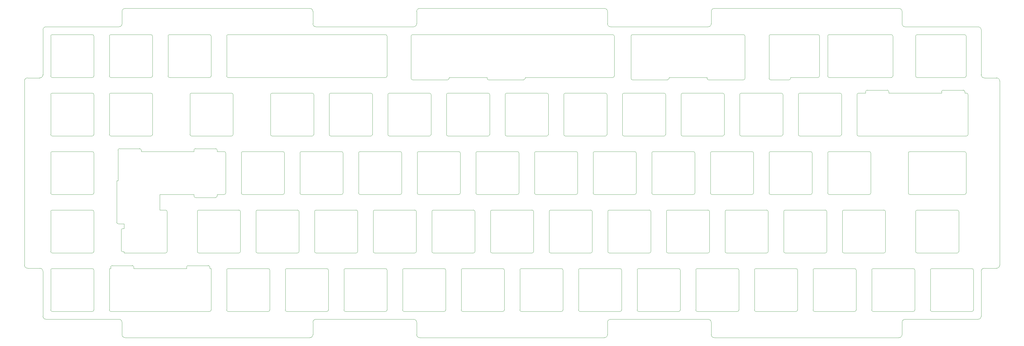
<source format=gbr>
G04 #@! TF.GenerationSoftware,KiCad,Pcbnew,(5.1.10)-1*
G04 #@! TF.CreationDate,2022-05-31T17:31:57+07:00*
G04 #@! TF.ProjectId,FR4 Plate,46523420-506c-4617-9465-2e6b69636164,rev?*
G04 #@! TF.SameCoordinates,Original*
G04 #@! TF.FileFunction,Profile,NP*
%FSLAX46Y46*%
G04 Gerber Fmt 4.6, Leading zero omitted, Abs format (unit mm)*
G04 Created by KiCad (PCBNEW (5.1.10)-1) date 2022-05-31 17:31:57*
%MOMM*%
%LPD*%
G01*
G04 APERTURE LIST*
G04 #@! TA.AperFunction,Profile*
%ADD10C,0.050000*%
G04 #@! TD*
G04 APERTURE END LIST*
D10*
X-26699999Y6024999D02*
G75*
G02*
X-25699999Y5024999I0J-1000000D01*
G01*
X-86700000Y6024999D02*
X-26699999Y6024999D01*
X-87700000Y5024999D02*
G75*
G02*
X-86700000Y6024999I1000000J0D01*
G01*
X-87700000Y1024999D02*
X-87700000Y5024999D01*
X-87700001Y1024999D02*
G75*
G02*
X-88700000Y25000I-999999J0D01*
G01*
X-120400000Y24999D02*
X-88700000Y25000D01*
X-120400000Y24999D02*
G75*
G02*
X-121400000Y1024999I0J1000000D01*
G01*
X-121400000Y5024999D02*
X-121400000Y1024999D01*
X-122399999Y6025000D02*
G75*
G02*
X-121400000Y5024999I-1J-1000000D01*
G01*
X-182400000Y6024999D02*
X-122400000Y6025000D01*
X-183400000Y5024999D02*
G75*
G02*
X-182400000Y6024999I1000000J0D01*
G01*
X-183400000Y1024999D02*
X-183400000Y5024999D01*
X-183400001Y1024999D02*
G75*
G02*
X-184400000Y25000I-999999J0D01*
G01*
X-216099999Y24999D02*
X-184400000Y25000D01*
X-216099999Y24999D02*
G75*
G02*
X-217099999Y1024999I0J1000000D01*
G01*
X-217099999Y5024999D02*
X-217099999Y1024999D01*
X-218100000Y6025000D02*
G75*
G02*
X-217099999Y5024999I0J-1000001D01*
G01*
X-278099999Y6024999D02*
X-218100000Y6024999D01*
X-279100000Y5025000D02*
G75*
G02*
X-278099999Y6024999I1000000J-1D01*
G01*
X-279100000Y1024999D02*
X-279100000Y5024999D01*
X-279100001Y1025000D02*
G75*
G02*
X-280099999Y25000I-999999J-1D01*
G01*
X-303800000Y25000D02*
X-280099999Y25000D01*
X-304799999Y-975001D02*
G75*
G02*
X-303800000Y25000I1000000J1D01*
G01*
X-304800000Y-15599999D02*
X-304800000Y-975000D01*
X-304800000Y-15599999D02*
G75*
G02*
X-305800000Y-16599999I-1000000J0D01*
G01*
X-309799999Y-16599999D02*
X-305800000Y-16599999D01*
X-310800000Y-17600000D02*
G75*
G02*
X-309799999Y-16599999I1000001J0D01*
G01*
X-310799999Y-77599999D02*
X-310799999Y-17599999D01*
X-309800000Y-78600000D02*
G75*
G02*
X-310799999Y-77599999I1J1000000D01*
G01*
X-305800000Y-78600000D02*
X-309799999Y-78600000D01*
X-305800000Y-78600000D02*
G75*
G02*
X-304800000Y-79600000I0J-1000000D01*
G01*
X-304800000Y-94225000D02*
X-304800000Y-79600000D01*
X-303799998Y-95225000D02*
G75*
G02*
X-304800000Y-94225000I-1J1000001D01*
G01*
X-280099999Y-95224999D02*
X-303800000Y-95225000D01*
X-280099998Y-95224999D02*
G75*
G02*
X-279099999Y-96225000I-1J-1000000D01*
G01*
X-279099999Y-100225000D02*
X-279099999Y-96225000D01*
X-278099998Y-101224999D02*
G75*
G02*
X-279099999Y-100225000I-1J1000000D01*
G01*
X-218100000Y-101225000D02*
X-278099999Y-101225000D01*
X-217099999Y-100224999D02*
G75*
G02*
X-218100000Y-101225000I-1000001J0D01*
G01*
X-217099999Y-96225000D02*
X-217099999Y-100224999D01*
X-217099998Y-96224999D02*
G75*
G02*
X-216099999Y-95225000I999999J0D01*
G01*
X-184400000Y-95224999D02*
X-216099999Y-95225000D01*
X-184399999Y-95224999D02*
G75*
G02*
X-183400000Y-96225000I-1J-1000000D01*
G01*
X-183400000Y-100225000D02*
X-183400000Y-96225000D01*
X-182399999Y-101224999D02*
G75*
G02*
X-183400000Y-100225000I-1J1000000D01*
G01*
X-122400000Y-101225000D02*
X-182400000Y-101225000D01*
X-121400000Y-100225000D02*
G75*
G02*
X-122400000Y-101225000I-1000000J0D01*
G01*
X-121400000Y-96225000D02*
X-121400000Y-100224999D01*
X-121399999Y-96224999D02*
G75*
G02*
X-120400000Y-95225000I999999J0D01*
G01*
X-88700000Y-95225000D02*
X-120400000Y-95225000D01*
X-88699999Y-95225000D02*
G75*
G02*
X-87699999Y-96225000I0J-1000000D01*
G01*
X-87699999Y-100225000D02*
X-87699999Y-96225000D01*
X-86699999Y-101225000D02*
G75*
G02*
X-87699999Y-100225000I0J1000000D01*
G01*
X-26700000Y-101225000D02*
X-86699999Y-101225000D01*
X-25699999Y-100224999D02*
G75*
G02*
X-26700000Y-101225000I-1000001J0D01*
G01*
X-25699999Y-96225000D02*
X-25699999Y-100224999D01*
X-25699998Y-96224999D02*
G75*
G02*
X-24699999Y-95225000I999999J0D01*
G01*
X-1000000Y-95225000D02*
X-24699999Y-95225000D01*
X0Y-94225000D02*
G75*
G02*
X-1000000Y-95225000I-1000000J0D01*
G01*
X0Y-79600000D02*
X0Y-94225000D01*
X0Y-79600000D02*
G75*
G02*
X1000000Y-78600000I1000000J0D01*
G01*
X4999999Y-78600000D02*
X1000000Y-78600000D01*
X5999999Y-77600000D02*
G75*
G02*
X4999999Y-78600000I-1000000J0D01*
G01*
X5999999Y-17599999D02*
X6000000Y-77599999D01*
X4999999Y-16599999D02*
G75*
G02*
X5999999Y-17599999I0J-1000000D01*
G01*
X1000000Y-16599999D02*
X4999999Y-16599999D01*
X1000000Y-16599999D02*
G75*
G02*
X0Y-15599999I0J1000000D01*
G01*
X0Y-975000D02*
X0Y-15599999D01*
X-1000000Y25000D02*
G75*
G02*
X0Y-975000I0J-1000000D01*
G01*
X-24699999Y24999D02*
X-1000000Y24999D01*
X-24699999Y24999D02*
G75*
G02*
X-25699999Y1024999I0J1000000D01*
G01*
X-25699999Y5024999D02*
X-25699999Y1024999D01*
X-235599999Y-73150000D02*
X-235599999Y-60150000D01*
X-235099997Y-73650000D02*
G75*
G02*
X-235599999Y-73150000I-1J500001D01*
G01*
X-222099999Y-73650000D02*
X-235099999Y-73650000D01*
X-221599998Y-73149999D02*
G75*
G02*
X-222099999Y-73650000I-500001J0D01*
G01*
X-221599999Y-60150000D02*
X-221599999Y-73150000D01*
X-222099999Y-59650000D02*
G75*
G02*
X-221599999Y-60150000I0J-500000D01*
G01*
X-235099999Y-59650000D02*
X-222099999Y-59650000D01*
X-235599999Y-60150000D02*
G75*
G02*
X-235099999Y-59650000I500000J0D01*
G01*
X-212074999Y-79200000D02*
X-212074999Y-92200000D01*
X-212574997Y-78700000D02*
G75*
G02*
X-212074999Y-79200000I-1J-499999D01*
G01*
X-225574999Y-78700000D02*
X-212574999Y-78700000D01*
X-226074998Y-79199999D02*
G75*
G02*
X-225574999Y-78700000I499999J0D01*
G01*
X-226074999Y-92200000D02*
X-226074998Y-79200000D01*
X-225574999Y-92700000D02*
G75*
G02*
X-226074999Y-92200000I0J500000D01*
G01*
X-212574999Y-92700000D02*
X-225574999Y-92700000D01*
X-212074999Y-92200000D02*
G75*
G02*
X-212574999Y-92700000I-500000J0D01*
G01*
X-69199999Y-73150001D02*
G75*
G02*
X-69700000Y-73650000I-500000J1D01*
G01*
X-82699999Y-73650000D02*
X-69700000Y-73650000D01*
X-82700000Y-73650000D02*
G75*
G02*
X-83200000Y-73150000I0J500000D01*
G01*
X-83200000Y-60150000D02*
X-83200000Y-73150000D01*
X-83200000Y-60149999D02*
G75*
G02*
X-82699999Y-59650000I500000J-1D01*
G01*
X-69700000Y-59650000D02*
X-82699999Y-59650000D01*
X-69700000Y-59650000D02*
G75*
G02*
X-69200000Y-60150000I0J-500000D01*
G01*
X-69200000Y-73150000D02*
X-69200000Y-60150000D01*
X-50650000Y-73650000D02*
X-63650000Y-73650000D01*
X-50149999Y-73150001D02*
G75*
G02*
X-50650000Y-73650000I-500000J1D01*
G01*
X-50150000Y-60150000D02*
X-50150000Y-73150000D01*
X-50649999Y-59650001D02*
G75*
G02*
X-50150000Y-60150000I0J-499999D01*
G01*
X-63650000Y-59650000D02*
X-50650000Y-59650000D01*
X-64150000Y-60150000D02*
G75*
G02*
X-63650000Y-59650000I500000J0D01*
G01*
X-64150000Y-73150000D02*
X-64150000Y-60150000D01*
X-63650000Y-73650000D02*
G75*
G02*
X-64150000Y-73150000I0J500000D01*
G01*
X-257030999Y-35050000D02*
X-257030998Y-22050000D01*
X-256530998Y-35549999D02*
G75*
G02*
X-257030999Y-35050000I-1J500000D01*
G01*
X-243530999Y-35550000D02*
X-256530999Y-35550000D01*
X-243030998Y-35049999D02*
G75*
G02*
X-243530999Y-35550000I-500001J0D01*
G01*
X-243030999Y-22050000D02*
X-243030999Y-35050000D01*
X-243530999Y-21550000D02*
G75*
G02*
X-243030999Y-22050000I0J-500000D01*
G01*
X-256530999Y-21550001D02*
X-243530999Y-21549999D01*
X-257030998Y-22050000D02*
G75*
G02*
X-256530999Y-21550001I499999J0D01*
G01*
X-73675000Y-92200000D02*
X-73675000Y-79200000D01*
X-73175000Y-92700000D02*
G75*
G02*
X-73675000Y-92200000I0J500000D01*
G01*
X-60175000Y-92700000D02*
X-73175000Y-92700000D01*
X-59675000Y-92200000D02*
G75*
G02*
X-60175000Y-92700000I-500000J0D01*
G01*
X-59675000Y-79200000D02*
X-59675000Y-92200000D01*
X-60174999Y-78700001D02*
G75*
G02*
X-59675000Y-79200000I0J-499999D01*
G01*
X-73175000Y-78700000D02*
X-60175000Y-78700000D01*
X-73675000Y-79200000D02*
G75*
G02*
X-73175000Y-78700000I500000J0D01*
G01*
X-254649999Y-60150000D02*
G75*
G02*
X-254149999Y-59650000I500000J0D01*
G01*
X-241149999Y-59650000D02*
X-254149999Y-59650000D01*
X-241149997Y-59650000D02*
G75*
G02*
X-240649999Y-60150000I-1J-499999D01*
G01*
X-240649999Y-73150000D02*
X-240649999Y-60150000D01*
X-240649999Y-73150000D02*
G75*
G02*
X-241149999Y-73650000I-500000J0D01*
G01*
X-254149999Y-73649999D02*
X-241149999Y-73650000D01*
X-254149999Y-73650000D02*
G75*
G02*
X-254649999Y-73150000I0J500000D01*
G01*
X-254649999Y-60150000D02*
X-254649999Y-73150000D01*
X-111275000Y-92700000D02*
G75*
G02*
X-111775000Y-92200000I0J500000D01*
G01*
X-111775000Y-79200000D02*
X-111775000Y-92200000D01*
X-111775000Y-79200000D02*
G75*
G02*
X-111275000Y-78700000I500000J0D01*
G01*
X-98275000Y-78700000D02*
X-111275000Y-78700000D01*
X-98275000Y-78700000D02*
G75*
G02*
X-97775000Y-79200000I0J-500000D01*
G01*
X-97775000Y-92200000D02*
X-97775000Y-79200000D01*
X-97775000Y-92200000D02*
G75*
G02*
X-98275000Y-92700000I-500000J0D01*
G01*
X-111275000Y-92700000D02*
X-98275000Y-92700000D01*
X-101749998Y-73650000D02*
G75*
G02*
X-102250000Y-73150000I-1J500001D01*
G01*
X-102250000Y-60150000D02*
X-102250000Y-73150000D01*
X-102250000Y-60150000D02*
G75*
G02*
X-101750000Y-59650000I500000J0D01*
G01*
X-88750000Y-59650000D02*
X-101750000Y-59650000D01*
X-88749998Y-59650000D02*
G75*
G02*
X-88250000Y-60150000I-1J-499999D01*
G01*
X-88250000Y-73150000D02*
X-88250000Y-60150000D01*
X-88250000Y-73150000D02*
G75*
G02*
X-88750000Y-73650000I-500000J0D01*
G01*
X-101750000Y-73650000D02*
X-88750000Y-73650000D01*
X-120800000Y-73650000D02*
G75*
G02*
X-121300000Y-73150000I0J500000D01*
G01*
X-121300000Y-60150000D02*
X-121300000Y-73150000D01*
X-121300000Y-60150000D02*
G75*
G02*
X-120800000Y-59650000I500000J0D01*
G01*
X-107800000Y-59650000D02*
X-120800000Y-59650000D01*
X-107799999Y-59649999D02*
G75*
G02*
X-107300000Y-60150000I-1J-500000D01*
G01*
X-107300000Y-73150000D02*
X-107300000Y-60150000D01*
X-107300000Y-73150000D02*
G75*
G02*
X-107800000Y-73650000I-500000J0D01*
G01*
X-120800000Y-73650000D02*
X-107800000Y-73650000D01*
X-193024998Y-92200001D02*
G75*
G02*
X-193524999Y-92700000I-500000J1D01*
G01*
X-206524999Y-92699999D02*
X-193524999Y-92700000D01*
X-206524999Y-92699999D02*
G75*
G02*
X-207024998Y-92200000I0J499999D01*
G01*
X-207024998Y-79200000D02*
X-207024998Y-92200000D01*
X-207024998Y-79200001D02*
G75*
G02*
X-206524999Y-78700000I500000J1D01*
G01*
X-193524999Y-78700000D02*
X-206524999Y-78700000D01*
X-193524997Y-78700000D02*
G75*
G02*
X-193024999Y-79200000I-1J-499999D01*
G01*
X-193024999Y-92200000D02*
X-193024999Y-79200000D01*
X-5405998Y-2500000D02*
G75*
G02*
X-4905999Y-3000001I-1J-500000D01*
G01*
X-4905999Y-16000001D02*
X-4905999Y-3000001D01*
X-4905999Y-16000001D02*
G75*
G02*
X-5405999Y-16500001I-500000J0D01*
G01*
X-20788000Y-16500001D02*
X-5405999Y-16500001D01*
X-20788000Y-16500001D02*
G75*
G02*
X-21288000Y-16000001I0J500000D01*
G01*
X-21288000Y-3000001D02*
X-21288000Y-16000001D01*
X-21288000Y-3000001D02*
G75*
G02*
X-20788000Y-2500001I500000J0D01*
G01*
X-5405999Y-2500001D02*
X-20788000Y-2500001D01*
X-202549999Y-73150000D02*
G75*
G02*
X-203049999Y-73650000I-500000J0D01*
G01*
X-216049999Y-73650000D02*
X-203049999Y-73650000D01*
X-216049998Y-73649999D02*
G75*
G02*
X-216549999Y-73150000I-1J500000D01*
G01*
X-216549999Y-60150000D02*
X-216549999Y-73150000D01*
X-216549998Y-60150001D02*
G75*
G02*
X-216049999Y-59650000I500000J1D01*
G01*
X-203049999Y-59650000D02*
X-216049999Y-59650000D01*
X-203049999Y-59650000D02*
G75*
G02*
X-202549999Y-60150000I0J-500000D01*
G01*
X-202549999Y-73150000D02*
X-202549999Y-60150000D01*
X-2524999Y-92199999D02*
G75*
G02*
X-3025000Y-92700000I-500001J0D01*
G01*
X-16024999Y-92700000D02*
X-3025000Y-92700000D01*
X-16025000Y-92699999D02*
G75*
G02*
X-16524999Y-92200000I0J499999D01*
G01*
X-16524999Y-79200000D02*
X-16524999Y-92200000D01*
X-16524999Y-79199998D02*
G75*
G02*
X-16024999Y-78700000I499999J-1D01*
G01*
X-3025000Y-78700000D02*
X-16024999Y-78700000D01*
X-3024999Y-78700000D02*
G75*
G02*
X-2524999Y-79200000I0J-500000D01*
G01*
X-2524999Y-92200000D02*
X-2524999Y-79200000D01*
X-288274999Y-35050000D02*
G75*
G02*
X-288774999Y-35550000I-500000J0D01*
G01*
X-301774999Y-35550000D02*
X-288774999Y-35550000D01*
X-301774999Y-35550000D02*
G75*
G02*
X-302274999Y-35050000I0J500000D01*
G01*
X-302274998Y-22050000D02*
X-302274999Y-35050000D01*
X-302274998Y-22050000D02*
G75*
G02*
X-301774999Y-21550001I499999J0D01*
G01*
X-288774999Y-21550000D02*
X-301774999Y-21550001D01*
X-288774999Y-21549999D02*
G75*
G02*
X-288274999Y-22049999I0J-500000D01*
G01*
X-288274999Y-35050000D02*
X-288274999Y-22049999D01*
X-40337000Y-35050000D02*
X-40336999Y-22050000D01*
X-39837000Y-35550000D02*
G75*
G02*
X-40337000Y-35050000I0J500000D01*
G01*
X-4786999Y-35550000D02*
X-39837000Y-35550000D01*
X-4286999Y-35050000D02*
G75*
G02*
X-4786999Y-35550000I-500000J0D01*
G01*
X-4286999Y-22050000D02*
X-4286999Y-35050000D01*
X-4786999Y-21550000D02*
G75*
G02*
X-4286999Y-22050000I0J-500000D01*
G01*
X-5330999Y-21550001D02*
X-4787000Y-21550000D01*
X-5330999Y-21080001D02*
X-5330999Y-21550001D01*
X-5831000Y-20580000D02*
G75*
G02*
X-5330999Y-21080001I0J-500001D01*
G01*
X-12355999Y-20580001D02*
X-5830999Y-20580001D01*
X-12855999Y-21080001D02*
G75*
G02*
X-12355999Y-20580001I500000J0D01*
G01*
X-12856000Y-21550001D02*
X-12855999Y-21080001D01*
X-30006000Y-21550001D02*
X-12856000Y-21550001D01*
X-30006000Y-21080001D02*
X-30006000Y-21550001D01*
X-30506000Y-20580001D02*
G75*
G02*
X-30006000Y-21080001I0J-500000D01*
G01*
X-37031000Y-20580001D02*
X-30506000Y-20580001D01*
X-37531000Y-21080001D02*
G75*
G02*
X-37031000Y-20580001I500000J0D01*
G01*
X-37530999Y-21550001D02*
X-37531000Y-21080001D01*
X-39837000Y-21550001D02*
X-37530999Y-21550001D01*
X-40336999Y-22050000D02*
G75*
G02*
X-39837000Y-21550001I499999J0D01*
G01*
X-22074999Y-92700000D02*
X-35074999Y-92700000D01*
X-21575000Y-92199999D02*
G75*
G02*
X-22074999Y-92700000I-500000J-1D01*
G01*
X-21574999Y-79200000D02*
X-21574999Y-92200000D01*
X-22074999Y-78700000D02*
G75*
G02*
X-21574999Y-79200000I0J-500000D01*
G01*
X-35075000Y-78700000D02*
X-22074999Y-78700000D01*
X-35574999Y-79199999D02*
G75*
G02*
X-35075000Y-78700000I499999J0D01*
G01*
X-35574999Y-92200000D02*
X-35574999Y-79200000D01*
X-35074999Y-92700000D02*
G75*
G02*
X-35574999Y-92200000I0J500000D01*
G01*
X-31600000Y-59650000D02*
G75*
G02*
X-31100000Y-60150000I0J-500000D01*
G01*
X-31100000Y-73150000D02*
X-31100000Y-60150000D01*
X-31099999Y-73150001D02*
G75*
G02*
X-31600000Y-73650000I-500000J1D01*
G01*
X-44600000Y-73650000D02*
X-31600000Y-73650000D01*
X-44599998Y-73649999D02*
G75*
G02*
X-45099999Y-73150000I-1J500000D01*
G01*
X-45099999Y-60150000D02*
X-45099999Y-73150000D01*
X-45099999Y-60149999D02*
G75*
G02*
X-44600000Y-59650000I499999J0D01*
G01*
X-31600000Y-59650000D02*
X-44600000Y-59650000D01*
X-52531000Y-3000001D02*
X-52531000Y-16000001D01*
X-53031000Y-2500001D02*
G75*
G02*
X-52531000Y-3000001I0J-500000D01*
G01*
X-68413000Y-2500001D02*
X-53031000Y-2500001D01*
X-68912999Y-3000000D02*
G75*
G02*
X-68413000Y-2500001I499999J0D01*
G01*
X-68913000Y-16762001D02*
X-68913000Y-3000001D01*
X-68413000Y-17262001D02*
G75*
G02*
X-68913000Y-16762001I0J500000D01*
G01*
X-62430065Y-17262001D02*
X-68413000Y-17262001D01*
X-61930065Y-16762001D02*
G75*
G02*
X-62430065Y-17262001I-500000J0D01*
G01*
X-61930065Y-16500001D02*
X-61930065Y-16762001D01*
X-53031000Y-16500001D02*
X-61930065Y-16500001D01*
X-52530999Y-16000002D02*
G75*
G02*
X-53031000Y-16500001I-500000J1D01*
G01*
X-288274999Y-3000000D02*
X-288274999Y-16000000D01*
X-288774998Y-2499999D02*
G75*
G02*
X-288274999Y-3000000I-1J-500000D01*
G01*
X-301774999Y-2500001D02*
X-288774999Y-2499999D01*
X-302274998Y-3000000D02*
G75*
G02*
X-301774999Y-2500001I499999J0D01*
G01*
X-302274999Y-16000000D02*
X-302274998Y-3000000D01*
X-301774999Y-16500000D02*
G75*
G02*
X-302274999Y-16000000I0J500000D01*
G01*
X-288774999Y-16500000D02*
X-301774999Y-16500000D01*
X-288274999Y-16000000D02*
G75*
G02*
X-288774999Y-16500000I-500000J0D01*
G01*
X-282724999Y-2500001D02*
X-269724999Y-2500000D01*
X-283224999Y-3000001D02*
G75*
G02*
X-282724999Y-2500001I500000J0D01*
G01*
X-283224999Y-16000001D02*
X-283224999Y-3000001D01*
X-282724998Y-16500000D02*
G75*
G02*
X-283224999Y-16000001I-1J500000D01*
G01*
X-269724999Y-16500001D02*
X-282724999Y-16500001D01*
X-269224998Y-16000000D02*
G75*
G02*
X-269724999Y-16500001I-500001J0D01*
G01*
X-269224999Y-3000001D02*
X-269224999Y-16000001D01*
X-269724998Y-2500000D02*
G75*
G02*
X-269224999Y-3000001I-1J-500000D01*
G01*
X-275774999Y-77730000D02*
G75*
G02*
X-275274999Y-78230000I0J-500000D01*
G01*
X-275274999Y-78700000D02*
X-275274999Y-78230000D01*
X-258124999Y-78700000D02*
X-275274999Y-78700000D01*
X-258124999Y-78230000D02*
X-258124999Y-78700000D01*
X-258124998Y-78230001D02*
G75*
G02*
X-257624999Y-77730000I500000J1D01*
G01*
X-251099998Y-77730000D02*
X-257624999Y-77730000D01*
X-251099999Y-77730000D02*
G75*
G02*
X-250599999Y-78230000I0J-500000D01*
G01*
X-250599999Y-78700000D02*
X-250599999Y-78230000D01*
X-250174999Y-78700000D02*
X-250599999Y-78700000D01*
X-250174999Y-92200000D02*
X-250174999Y-78700000D01*
X-250174998Y-92200001D02*
G75*
G02*
X-250674999Y-92700000I-500000J1D01*
G01*
X-282724999Y-92700000D02*
X-250674999Y-92700000D01*
X-282724998Y-92700001D02*
G75*
G02*
X-283224999Y-92200000I0J500001D01*
G01*
X-283224999Y-78700000D02*
X-283224999Y-92200000D01*
X-282799999Y-78700000D02*
X-283224999Y-78700000D01*
X-282799999Y-78230000D02*
X-282799999Y-78700000D01*
X-282799999Y-78230000D02*
G75*
G02*
X-282299999Y-77730000I500000J0D01*
G01*
X-275774999Y-77730000D02*
X-282299999Y-77730000D01*
X-288274998Y-92199999D02*
G75*
G02*
X-288774999Y-92700000I-500001J0D01*
G01*
X-301774999Y-92700000D02*
X-288774999Y-92700000D01*
X-301774999Y-92700000D02*
G75*
G02*
X-302274999Y-92200000I0J500000D01*
G01*
X-302274999Y-79200000D02*
X-302274999Y-92200000D01*
X-302274999Y-79200000D02*
G75*
G02*
X-301774999Y-78700000I500000J0D01*
G01*
X-288774999Y-78700000D02*
X-301774999Y-78700000D01*
X-288774998Y-78699999D02*
G75*
G02*
X-288274999Y-79200000I-1J-500000D01*
G01*
X-288274999Y-92200000D02*
X-288274999Y-79200000D01*
X-135586999Y-35050000D02*
X-135586998Y-22050000D01*
X-135086999Y-35550000D02*
G75*
G02*
X-135586999Y-35050000I0J500000D01*
G01*
X-122087000Y-35550000D02*
X-135086999Y-35550000D01*
X-121586999Y-35050001D02*
G75*
G02*
X-122087000Y-35550000I-500000J1D01*
G01*
X-121586999Y-22050000D02*
X-121587000Y-35050000D01*
X-122086999Y-21550000D02*
G75*
G02*
X-121586999Y-22050000I0J-500000D01*
G01*
X-135086999Y-21550001D02*
X-122087000Y-21550000D01*
X-135586998Y-22050000D02*
G75*
G02*
X-135086999Y-21550001I499999J0D01*
G01*
X-21287500Y-60149999D02*
G75*
G02*
X-20787499Y-59650000I500000J-1D01*
G01*
X-7787500Y-59650000D02*
X-20787499Y-59650000D01*
X-7787500Y-59649999D02*
G75*
G02*
X-7287499Y-60150000I0J-500001D01*
G01*
X-7287499Y-73150000D02*
X-7287499Y-60150000D01*
X-7287500Y-73149999D02*
G75*
G02*
X-7787499Y-73650000I-500000J-1D01*
G01*
X-20787499Y-73650000D02*
X-7787499Y-73650000D01*
X-20787499Y-73650001D02*
G75*
G02*
X-21287500Y-73150000I0J500001D01*
G01*
X-21287500Y-60150000D02*
X-21287500Y-73150000D01*
X-49863000Y-3000001D02*
G75*
G02*
X-49363000Y-2500001I500000J0D01*
G01*
X-29219000Y-2500001D02*
X-49363000Y-2500001D01*
X-29219000Y-2500001D02*
G75*
G02*
X-28719000Y-3000001I0J-500000D01*
G01*
X-28719000Y-16000001D02*
X-28719000Y-3000001D01*
X-28719000Y-16000002D02*
G75*
G02*
X-29219000Y-16500000I-499999J1D01*
G01*
X-49363000Y-16500001D02*
X-29219000Y-16500000D01*
X-49363000Y-16500001D02*
G75*
G02*
X-49863000Y-16000001I0J500000D01*
G01*
X-49863000Y-3000001D02*
X-49863000Y-16000001D01*
X-302274999Y-41100000D02*
G75*
G02*
X-301774999Y-40600000I500000J0D01*
G01*
X-288774999Y-40600000D02*
X-301774999Y-40600000D01*
X-288774998Y-40599999D02*
G75*
G02*
X-288274999Y-41100000I-1J-500000D01*
G01*
X-288274999Y-54100000D02*
X-288274999Y-41100000D01*
X-288274999Y-54100000D02*
G75*
G02*
X-288774999Y-54600000I-500000J0D01*
G01*
X-301774999Y-54600000D02*
X-288774999Y-54600000D01*
X-301774999Y-54600000D02*
G75*
G02*
X-302274999Y-54100000I0J500000D01*
G01*
X-302274999Y-41100000D02*
X-302274999Y-54100000D01*
X-5406192Y-54599708D02*
X-23168792Y-54599991D01*
X-4906199Y-54099709D02*
G75*
G02*
X-5406192Y-54599708I-500000J1D01*
G01*
X-4906200Y-41099708D02*
X-4906199Y-54099708D01*
X-5406208Y-40599708D02*
G75*
G02*
X-4906200Y-41099708I8J-500000D01*
G01*
X-23168808Y-40599992D02*
X-5406207Y-40599708D01*
X-23668799Y-41099993D02*
G75*
G02*
X-23168808Y-40599992I500000J1D01*
G01*
X-23668800Y-54099992D02*
X-23668800Y-41099992D01*
X-23168792Y-54599992D02*
G75*
G02*
X-23668800Y-54099992I-8J500000D01*
G01*
X-145112999Y-54100000D02*
X-145112999Y-41100000D01*
X-144612999Y-54600000D02*
G75*
G02*
X-145112999Y-54100000I0J500000D01*
G01*
X-131612999Y-54600000D02*
X-144612999Y-54600000D01*
X-131112999Y-54100000D02*
G75*
G02*
X-131612999Y-54600000I-500000J0D01*
G01*
X-131112999Y-41100000D02*
X-131112999Y-54100000D01*
X-131612999Y-40600000D02*
G75*
G02*
X-131112999Y-41100000I0J-500000D01*
G01*
X-144612999Y-40600000D02*
X-131612999Y-40599999D01*
X-145112999Y-41100000D02*
G75*
G02*
X-144612999Y-40600000I500000J0D01*
G01*
X-49862999Y-41099999D02*
G75*
G02*
X-49363000Y-40600000I499999J0D01*
G01*
X-36363000Y-40599999D02*
X-49363000Y-40600000D01*
X-36362999Y-40599999D02*
G75*
G02*
X-35863000Y-41100000I-1J-500000D01*
G01*
X-35863000Y-54100000D02*
X-35863000Y-41100000D01*
X-35862999Y-54100001D02*
G75*
G02*
X-36363000Y-54600000I-500000J1D01*
G01*
X-49363000Y-54600000D02*
X-36363000Y-54600000D01*
X-49363000Y-54600000D02*
G75*
G02*
X-49863000Y-54100000I0J500000D01*
G01*
X-49863000Y-41100000D02*
X-49863000Y-54100000D01*
X-58887000Y-21550001D02*
X-45887000Y-21550000D01*
X-59386999Y-22050000D02*
G75*
G02*
X-58887000Y-21550001I499999J0D01*
G01*
X-59387000Y-35050000D02*
X-59386999Y-22050000D01*
X-58887000Y-35550000D02*
G75*
G02*
X-59387000Y-35050000I0J500000D01*
G01*
X-45887000Y-35550000D02*
X-58887000Y-35550000D01*
X-45387000Y-35050000D02*
G75*
G02*
X-45887000Y-35550000I-500000J0D01*
G01*
X-45387000Y-22050000D02*
X-45387000Y-35050000D01*
X-45887000Y-21550000D02*
G75*
G02*
X-45387000Y-22050000I0J-500000D01*
G01*
X-107013000Y-54100000D02*
X-107013000Y-41100000D01*
X-106513000Y-54600000D02*
G75*
G02*
X-107013000Y-54100000I0J500000D01*
G01*
X-93513000Y-54600000D02*
X-106512999Y-54600000D01*
X-93013000Y-54100000D02*
G75*
G02*
X-93513000Y-54600000I-500000J0D01*
G01*
X-93013000Y-41100000D02*
X-93013000Y-54100000D01*
X-93512999Y-40600001D02*
G75*
G02*
X-93013000Y-41100000I0J-499999D01*
G01*
X-106513000Y-40600000D02*
X-93513000Y-40600000D01*
X-107013000Y-41100000D02*
G75*
G02*
X-106513000Y-40600000I500000J0D01*
G01*
X-173186999Y-21550001D02*
X-160186999Y-21550000D01*
X-173686998Y-22050000D02*
G75*
G02*
X-173186999Y-21550001I499999J0D01*
G01*
X-173686999Y-35050000D02*
X-173686998Y-22050000D01*
X-173186999Y-35550000D02*
G75*
G02*
X-173686999Y-35050000I0J500000D01*
G01*
X-160186999Y-35550000D02*
X-173186999Y-35550000D01*
X-159686999Y-35050000D02*
G75*
G02*
X-160186999Y-35550000I-500000J0D01*
G01*
X-159686999Y-22050000D02*
X-159686999Y-35050000D01*
X-160186999Y-21550000D02*
G75*
G02*
X-159686999Y-22050000I0J-500000D01*
G01*
X-163662999Y-54600000D02*
G75*
G02*
X-164162999Y-54100000I0J500000D01*
G01*
X-164162999Y-41100000D02*
X-164162999Y-54100000D01*
X-164162998Y-41099999D02*
G75*
G02*
X-163662999Y-40600000I499999J0D01*
G01*
X-150662999Y-40600000D02*
X-163662999Y-40600000D01*
X-150662999Y-40600000D02*
G75*
G02*
X-150162999Y-41100000I0J-500000D01*
G01*
X-150162999Y-54100000D02*
X-150162999Y-41100000D01*
X-150162999Y-54100000D02*
G75*
G02*
X-150662999Y-54600000I-500000J0D01*
G01*
X-163662999Y-54600000D02*
X-150662999Y-54600000D01*
X-155424999Y-78700000D02*
G75*
G02*
X-154924999Y-79200000I0J-500000D01*
G01*
X-154924999Y-92200000D02*
X-154924999Y-79200000D01*
X-154924999Y-92200000D02*
G75*
G02*
X-155424999Y-92700000I-500000J0D01*
G01*
X-168424999Y-92700000D02*
X-155424999Y-92700000D01*
X-168424999Y-92700000D02*
G75*
G02*
X-168924999Y-92200000I0J500000D01*
G01*
X-168924999Y-79200000D02*
X-168924999Y-92200000D01*
X-168924998Y-79199999D02*
G75*
G02*
X-168424999Y-78700000I499999J0D01*
G01*
X-155424999Y-78700000D02*
X-168424999Y-78700000D01*
X-148180999Y-16500001D02*
X-148180999Y-16762001D01*
X-119706000Y-16500001D02*
X-148180999Y-16500001D01*
X-119206000Y-16000001D02*
G75*
G02*
X-119706000Y-16500001I-500000J0D01*
G01*
X-119206000Y-3000001D02*
X-119206000Y-16000001D01*
X-119706000Y-2500001D02*
G75*
G02*
X-119206000Y-3000001I0J-500000D01*
G01*
X-184692999Y-2500001D02*
X-119706000Y-2500001D01*
X-185192998Y-3000000D02*
G75*
G02*
X-184692999Y-2500001I499999J0D01*
G01*
X-185192999Y-16762001D02*
X-185192998Y-3000001D01*
X-184692999Y-17262001D02*
G75*
G02*
X-185192999Y-16762001I0J500000D01*
G01*
X-173380999Y-17262001D02*
X-184692999Y-17262001D01*
X-172880997Y-16762001D02*
G75*
G02*
X-173380999Y-17262001I-500001J1D01*
G01*
X-172880999Y-16500001D02*
X-172880998Y-16762001D01*
X-160492999Y-16500001D02*
X-172880999Y-16500001D01*
X-160492999Y-16762001D02*
X-160492999Y-16500001D01*
X-159992998Y-17262000D02*
G75*
G02*
X-160492999Y-16762001I-1J500000D01*
G01*
X-148680999Y-17262000D02*
X-159992999Y-17262000D01*
X-148181000Y-16762001D02*
G75*
G02*
X-148680999Y-17262000I-499999J0D01*
G01*
X-173974998Y-92200001D02*
G75*
G02*
X-174474999Y-92700000I-500000J1D01*
G01*
X-187474999Y-92700000D02*
X-174474999Y-92700000D01*
X-187474999Y-92700000D02*
G75*
G02*
X-187974999Y-92200000I0J500000D01*
G01*
X-187974999Y-79200000D02*
X-187974999Y-92200000D01*
X-187974999Y-79200000D02*
G75*
G02*
X-187474999Y-78700000I500000J0D01*
G01*
X-174474999Y-78700000D02*
X-187474999Y-78700000D01*
X-174474997Y-78700000D02*
G75*
G02*
X-173974999Y-79200000I-1J-499999D01*
G01*
X-173974999Y-92200000D02*
X-173974999Y-79200000D01*
X-74462998Y-40600000D02*
G75*
G02*
X-73963000Y-41100000I-1J-499999D01*
G01*
X-73963000Y-54100000D02*
X-73963000Y-41100000D01*
X-73962999Y-54100001D02*
G75*
G02*
X-74463000Y-54600000I-500000J1D01*
G01*
X-87463000Y-54600000D02*
X-74463000Y-54600000D01*
X-87463000Y-54600000D02*
G75*
G02*
X-87963000Y-54100000I0J500000D01*
G01*
X-87963000Y-41100000D02*
X-87963000Y-54100000D01*
X-87962999Y-41099999D02*
G75*
G02*
X-87463000Y-40600000I499999J0D01*
G01*
X-74463000Y-40600000D02*
X-87463000Y-40600000D01*
X-126063000Y-41100000D02*
G75*
G02*
X-125563000Y-40600000I500000J0D01*
G01*
X-112563000Y-40600000D02*
X-125563000Y-40600000D01*
X-112563000Y-40600000D02*
G75*
G02*
X-112063000Y-41100000I0J-500000D01*
G01*
X-112063000Y-54100000D02*
X-112063000Y-41100000D01*
X-112062999Y-54099999D02*
G75*
G02*
X-112563000Y-54600000I-500001J0D01*
G01*
X-125563000Y-54600000D02*
X-112563000Y-54600000D01*
X-125563000Y-54600000D02*
G75*
G02*
X-126063000Y-54100000I0J500000D01*
G01*
X-126063000Y-41100000D02*
X-126063000Y-54100000D01*
X-216836999Y-22050000D02*
X-216836998Y-35049999D01*
X-217336998Y-21550001D02*
G75*
G02*
X-216836999Y-22050000I0J-499999D01*
G01*
X-230336999Y-21550001D02*
X-217336999Y-21550000D01*
X-230836998Y-22050000D02*
G75*
G02*
X-230336999Y-21550001I499999J0D01*
G01*
X-230836999Y-35050000D02*
X-230836998Y-22050000D01*
X-230336999Y-35550000D02*
G75*
G02*
X-230836999Y-35050000I0J500000D01*
G01*
X-217336999Y-35550000D02*
X-230336999Y-35550000D01*
X-216836998Y-35049999D02*
G75*
G02*
X-217336999Y-35550000I-500001J0D01*
G01*
X-245124999Y-92200000D02*
X-245124999Y-79200000D01*
X-244624998Y-92700001D02*
G75*
G02*
X-245124999Y-92200000I0J500001D01*
G01*
X-231624999Y-92700000D02*
X-244624999Y-92700000D01*
X-231124999Y-92200000D02*
G75*
G02*
X-231624999Y-92700000I-500000J0D01*
G01*
X-231124999Y-79200000D02*
X-231124999Y-92200000D01*
X-231624997Y-78700000D02*
G75*
G02*
X-231124999Y-79200000I-1J-499999D01*
G01*
X-244624999Y-78700000D02*
X-231624999Y-78700000D01*
X-245124998Y-79199999D02*
G75*
G02*
X-244624999Y-78700000I499999J0D01*
G01*
X-145899999Y-73650000D02*
X-158899999Y-73650000D01*
X-145399999Y-73150000D02*
G75*
G02*
X-145899999Y-73650000I-500000J0D01*
G01*
X-145399999Y-60150000D02*
X-145399999Y-73150000D01*
X-145899999Y-59650000D02*
G75*
G02*
X-145399999Y-60150000I0J-500000D01*
G01*
X-158899999Y-59650000D02*
X-145899999Y-59650000D01*
X-159399999Y-60150000D02*
G75*
G02*
X-158899999Y-59650000I500000J0D01*
G01*
X-159399999Y-73150000D02*
X-159399999Y-60150000D01*
X-158899999Y-73650000D02*
G75*
G02*
X-159399999Y-73150000I0J500000D01*
G01*
X-135874999Y-92200000D02*
G75*
G02*
X-136374999Y-92700000I-500000J0D01*
G01*
X-149374999Y-92700000D02*
X-136374999Y-92700000D01*
X-149374997Y-92700000D02*
G75*
G02*
X-149874999Y-92200000I-1J500001D01*
G01*
X-149874999Y-79200000D02*
X-149874999Y-92200000D01*
X-149874999Y-79200000D02*
G75*
G02*
X-149374999Y-78700000I500000J0D01*
G01*
X-136374999Y-78700000D02*
X-149374999Y-78700000D01*
X-136374999Y-78700000D02*
G75*
G02*
X-135874999Y-79200000I0J-500000D01*
G01*
X-135874999Y-92200000D02*
X-135874999Y-79200000D01*
X-68913000Y-41100000D02*
G75*
G02*
X-68413000Y-40600000I500000J0D01*
G01*
X-55413000Y-40600000D02*
X-68413000Y-40600000D01*
X-55413000Y-40600000D02*
G75*
G02*
X-54913000Y-41100000I0J-500000D01*
G01*
X-54913000Y-54100000D02*
X-54913000Y-41100000D01*
X-54913000Y-54100000D02*
G75*
G02*
X-55413000Y-54600000I-500000J0D01*
G01*
X-68413000Y-54600000D02*
X-55413000Y-54600000D01*
X-68413000Y-54600000D02*
G75*
G02*
X-68913000Y-54100000I0J500000D01*
G01*
X-68913000Y-41100000D02*
X-68913000Y-54100000D01*
X-126349999Y-73150000D02*
G75*
G02*
X-126849999Y-73650000I-500000J0D01*
G01*
X-139849999Y-73650000D02*
X-126849999Y-73650000D01*
X-139849999Y-73650000D02*
G75*
G02*
X-140349999Y-73150000I0J500000D01*
G01*
X-140349999Y-60150000D02*
X-140349999Y-73150000D01*
X-140349998Y-60149999D02*
G75*
G02*
X-139849999Y-59650000I499999J0D01*
G01*
X-126849999Y-59650001D02*
X-139849999Y-59650000D01*
X-126849998Y-59650000D02*
G75*
G02*
X-126350000Y-60150000I-1J-499999D01*
G01*
X-126349999Y-73150000D02*
X-126350000Y-60150000D01*
X-130324999Y-92700000D02*
G75*
G02*
X-130824999Y-92200000I0J500000D01*
G01*
X-130824998Y-79200000D02*
X-130824999Y-92200000D01*
X-130824998Y-79200001D02*
G75*
G02*
X-130324999Y-78700000I500000J1D01*
G01*
X-117325000Y-78700000D02*
X-130324999Y-78700000D01*
X-117325000Y-78700000D02*
G75*
G02*
X-116825000Y-79200000I0J-500000D01*
G01*
X-116825000Y-92200000D02*
X-116825000Y-79200000D01*
X-116825000Y-92200000D02*
G75*
G02*
X-117325000Y-92700000I-500000J0D01*
G01*
X-130324999Y-92700000D02*
X-117325000Y-92700000D01*
X-266844999Y-59650000D02*
X-264961999Y-59650000D01*
X-266844999Y-54600000D02*
X-266844999Y-59650000D01*
X-255743999Y-54599482D02*
X-266844999Y-54600000D01*
X-255743999Y-55068000D02*
X-255743999Y-54599482D01*
X-255243999Y-55568000D02*
G75*
G02*
X-255743999Y-55068000I0J500000D01*
G01*
X-248718999Y-55568000D02*
X-255243999Y-55567999D01*
X-248218998Y-55068001D02*
G75*
G02*
X-248718999Y-55568000I-500000J1D01*
G01*
X-248218999Y-54599131D02*
X-248218999Y-55068000D01*
X-245913976Y-54599024D02*
X-248218999Y-54599131D01*
X-245413997Y-54099024D02*
G75*
G02*
X-245913976Y-54599024I-500001J1D01*
G01*
X-245413999Y-41099000D02*
X-245413998Y-54099024D01*
X-245913998Y-40598999D02*
G75*
G02*
X-245413999Y-41099000I-1J-500000D01*
G01*
X-248218999Y-40599000D02*
X-245913999Y-40598999D01*
X-248218999Y-40130000D02*
X-248218999Y-40599000D01*
X-248718999Y-39630000D02*
G75*
G02*
X-248218999Y-40130000I0J-500000D01*
G01*
X-255243999Y-39630000D02*
X-248718999Y-39629999D01*
X-255743998Y-40129999D02*
G75*
G02*
X-255243999Y-39630000I499999J0D01*
G01*
X-255743999Y-40599000D02*
X-255743999Y-40130000D01*
X-272893999Y-40599000D02*
X-255743999Y-40599000D01*
X-272893999Y-40129999D02*
X-272893999Y-40599000D01*
X-273393999Y-39629999D02*
G75*
G02*
X-272893999Y-40129999I0J-500000D01*
G01*
X-279918999Y-39630000D02*
X-273393999Y-39629999D01*
X-280418999Y-40130000D02*
G75*
G02*
X-279918999Y-39630000I500000J0D01*
G01*
X-280418999Y-50124000D02*
X-280418999Y-40130000D01*
X-280844999Y-50124000D02*
X-280418999Y-50124000D01*
X-280844999Y-63624000D02*
X-280844999Y-50124000D01*
X-280344998Y-64123999D02*
G75*
G02*
X-280844999Y-63624000I-1J500000D01*
G01*
X-278461999Y-64124000D02*
X-280344999Y-64124000D01*
X-278461999Y-65699400D02*
X-278461999Y-64124000D01*
X-278874999Y-65699400D02*
X-278461999Y-65699400D01*
X-279374999Y-66199400D02*
G75*
G02*
X-278874999Y-65699400I500000J0D01*
G01*
X-279374999Y-72724400D02*
X-279374999Y-66199400D01*
X-278874999Y-73224400D02*
G75*
G02*
X-279374999Y-72724400I0J500000D01*
G01*
X-278461999Y-73224400D02*
X-278874999Y-73224400D01*
X-278461999Y-73650000D02*
X-278461999Y-73224400D01*
X-264961999Y-73650000D02*
X-278461999Y-73650000D01*
X-264461999Y-73150000D02*
G75*
G02*
X-264961999Y-73650000I-500000J0D01*
G01*
X-264461999Y-60150000D02*
X-264461999Y-73150000D01*
X-264961998Y-59649999D02*
G75*
G02*
X-264461999Y-60150000I-1J-500000D01*
G01*
X-202262999Y-54100000D02*
X-202262999Y-41100000D01*
X-201762999Y-54600000D02*
G75*
G02*
X-202262999Y-54100000I0J500000D01*
G01*
X-188762998Y-54600000D02*
X-201762999Y-54600000D01*
X-188262999Y-54099999D02*
G75*
G02*
X-188762998Y-54600000I-500000J-1D01*
G01*
X-188262999Y-41100000D02*
X-188262999Y-54100000D01*
X-188762999Y-40600000D02*
G75*
G02*
X-188262999Y-41100000I0J-500000D01*
G01*
X-201762999Y-40600000D02*
X-188762998Y-40600000D01*
X-202262998Y-41099999D02*
G75*
G02*
X-201762999Y-40600000I499999J0D01*
G01*
X-245124999Y-16000001D02*
X-245124998Y-3000001D01*
X-244624997Y-16500001D02*
G75*
G02*
X-245124999Y-16000001I-1J500001D01*
G01*
X-193524999Y-16500001D02*
X-244624999Y-16500001D01*
X-193024998Y-16000002D02*
G75*
G02*
X-193524999Y-16500001I-500000J1D01*
G01*
X-193024999Y-3000001D02*
X-193024999Y-16000001D01*
X-193524999Y-2500001D02*
G75*
G02*
X-193024999Y-3000001I0J-500000D01*
G01*
X-244624999Y-2500001D02*
X-193524999Y-2500001D01*
X-245124998Y-3000000D02*
G75*
G02*
X-244624999Y-2500001I499999J0D01*
G01*
X-226362999Y-41100000D02*
X-226362999Y-54100000D01*
X-226862997Y-40600000D02*
G75*
G02*
X-226362999Y-41100000I-1J-499999D01*
G01*
X-239862999Y-40600000D02*
X-226862999Y-40600000D01*
X-240362998Y-41099999D02*
G75*
G02*
X-239862999Y-40600000I499999J0D01*
G01*
X-240362999Y-54100000D02*
X-240362999Y-41100000D01*
X-239862999Y-54600000D02*
G75*
G02*
X-240362999Y-54100000I0J500000D01*
G01*
X-226862999Y-54600000D02*
X-239862999Y-54600000D01*
X-226362999Y-54100000D02*
G75*
G02*
X-226862999Y-54600000I-500000J0D01*
G01*
X-83487000Y-22050000D02*
X-83487000Y-35050000D01*
X-83987000Y-21550000D02*
G75*
G02*
X-83487000Y-22050000I0J-500000D01*
G01*
X-96987000Y-21550001D02*
X-83987000Y-21549999D01*
X-97486998Y-22049999D02*
G75*
G02*
X-96987000Y-21550001I499998J0D01*
G01*
X-97487000Y-35050000D02*
X-97486999Y-22050000D01*
X-96987000Y-35550000D02*
G75*
G02*
X-97487000Y-35050000I0J500000D01*
G01*
X-83987000Y-35550000D02*
X-96987000Y-35550000D01*
X-83487000Y-35050000D02*
G75*
G02*
X-83987000Y-35550000I-500000J0D01*
G01*
X-197786998Y-22050000D02*
X-197786998Y-35050000D01*
X-198286997Y-21549999D02*
G75*
G02*
X-197786998Y-22050000I-1J-500000D01*
G01*
X-211286999Y-21550001D02*
X-198286999Y-21550000D01*
X-211786997Y-22049999D02*
G75*
G02*
X-211286999Y-21550001I499998J0D01*
G01*
X-211786999Y-35050000D02*
X-211786998Y-22050000D01*
X-211286998Y-35550001D02*
G75*
G02*
X-211786999Y-35050000I0J500001D01*
G01*
X-198286999Y-35550000D02*
X-211286999Y-35550000D01*
X-197786997Y-35050000D02*
G75*
G02*
X-198286999Y-35550000I-500001J1D01*
G01*
X-220812999Y-40600000D02*
X-207812999Y-40599999D01*
X-221312999Y-41100000D02*
G75*
G02*
X-220812999Y-40600000I500000J0D01*
G01*
X-221312999Y-54100000D02*
X-221312999Y-41100000D01*
X-220812999Y-54600000D02*
G75*
G02*
X-221312999Y-54100000I0J500000D01*
G01*
X-207812999Y-54600000D02*
X-220812999Y-54599999D01*
X-207312999Y-54100000D02*
G75*
G02*
X-207812999Y-54600000I-500000J0D01*
G01*
X-207312999Y-41100000D02*
X-207312999Y-54100000D01*
X-207812998Y-40599999D02*
G75*
G02*
X-207312999Y-41100000I-1J-500000D01*
G01*
X-169212999Y-41100000D02*
X-169212999Y-54100000D01*
X-169712999Y-40600000D02*
G75*
G02*
X-169212999Y-41100000I0J-500000D01*
G01*
X-182712999Y-40600000D02*
X-169712999Y-40600000D01*
X-183212999Y-41100000D02*
G75*
G02*
X-182712999Y-40600000I500000J0D01*
G01*
X-183212999Y-54100000D02*
X-183212999Y-41100000D01*
X-182712999Y-54600000D02*
G75*
G02*
X-183212999Y-54100000I0J500000D01*
G01*
X-169712998Y-54600000D02*
X-182712999Y-54599999D01*
X-169212998Y-54100000D02*
G75*
G02*
X-169712998Y-54600000I-500000J0D01*
G01*
X-141136999Y-21550000D02*
G75*
G02*
X-140636999Y-22050000I0J-500000D01*
G01*
X-140636999Y-35050000D02*
X-140636999Y-22050000D01*
X-140636999Y-35050000D02*
G75*
G02*
X-141136999Y-35550000I-500000J0D01*
G01*
X-154136999Y-35550000D02*
X-141136999Y-35550000D01*
X-154136999Y-35550000D02*
G75*
G02*
X-154636999Y-35050000I0J500000D01*
G01*
X-154636998Y-22050000D02*
X-154636999Y-35050000D01*
X-154636998Y-22050000D02*
G75*
G02*
X-154136999Y-21550001I499999J0D01*
G01*
X-141136999Y-21550000D02*
X-154136999Y-21550001D01*
X-178736999Y-22050000D02*
X-178736998Y-35050000D01*
X-179236999Y-21550000D02*
G75*
G02*
X-178736999Y-22050000I0J-500000D01*
G01*
X-192236999Y-21550000D02*
X-179236999Y-21549999D01*
X-192736998Y-22049999D02*
G75*
G02*
X-192236999Y-21550000I499999J0D01*
G01*
X-192736999Y-35050000D02*
X-192736998Y-22050000D01*
X-192236997Y-35550000D02*
G75*
G02*
X-192736999Y-35050000I-1J500001D01*
G01*
X-179236999Y-35550000D02*
X-192236999Y-35550000D01*
X-178736998Y-35050001D02*
G75*
G02*
X-179236999Y-35550000I-500000J1D01*
G01*
X-78725000Y-79200000D02*
X-78725000Y-92200000D01*
X-79225000Y-78700000D02*
G75*
G02*
X-78725000Y-79200000I0J-500000D01*
G01*
X-92225000Y-78700000D02*
X-79225000Y-78700000D01*
X-92725000Y-79200000D02*
G75*
G02*
X-92225000Y-78700000I500000J0D01*
G01*
X-92725000Y-92200000D02*
X-92725000Y-79200000D01*
X-92225000Y-92700000D02*
G75*
G02*
X-92725000Y-92200000I0J500000D01*
G01*
X-79225000Y-92700000D02*
X-92225000Y-92700000D01*
X-78725000Y-92200000D02*
G75*
G02*
X-79225000Y-92700000I-500000J0D01*
G01*
X-164449999Y-60150000D02*
X-164449999Y-73150000D01*
X-164949999Y-59650000D02*
G75*
G02*
X-164449999Y-60150000I0J-500000D01*
G01*
X-177949999Y-59650000D02*
X-164949999Y-59650000D01*
X-178449999Y-60150000D02*
G75*
G02*
X-177949999Y-59650000I500000J0D01*
G01*
X-178449999Y-73150000D02*
X-178449999Y-60150000D01*
X-177949998Y-73650001D02*
G75*
G02*
X-178449999Y-73150000I0J500001D01*
G01*
X-164949999Y-73650000D02*
X-177949999Y-73650000D01*
X-164449999Y-73150000D02*
G75*
G02*
X-164949999Y-73650000I-500000J0D01*
G01*
X-77244000Y-2500001D02*
G75*
G02*
X-76744000Y-3000001I0J-500000D01*
G01*
X-76744000Y-16762001D02*
X-76744000Y-3000001D01*
X-76744000Y-16762001D02*
G75*
G02*
X-77244000Y-17262001I-500000J0D01*
G01*
X-88556000Y-17262001D02*
X-77244000Y-17262001D01*
X-88556000Y-17262001D02*
G75*
G02*
X-89056000Y-16762001I0J500000D01*
G01*
X-89056000Y-16500001D02*
X-89056000Y-16762001D01*
X-101444000Y-16500001D02*
X-89056000Y-16500001D01*
X-101444000Y-16762001D02*
X-101444000Y-16500001D01*
X-101444000Y-16762001D02*
G75*
G02*
X-101944000Y-17262001I-500000J0D01*
G01*
X-113256000Y-17262001D02*
X-101944000Y-17262001D01*
X-113256000Y-17262001D02*
G75*
G02*
X-113756000Y-16762001I0J500000D01*
G01*
X-113756000Y-3000001D02*
X-113756000Y-16762001D01*
X-113755999Y-3000002D02*
G75*
G02*
X-113256000Y-2500001I500000J1D01*
G01*
X-77244000Y-2500001D02*
X-113256000Y-2500001D01*
X-116037000Y-21550001D02*
X-103037000Y-21549999D01*
X-116536998Y-22049999D02*
G75*
G02*
X-116037000Y-21550001I499998J0D01*
G01*
X-116537000Y-35050000D02*
X-116536999Y-22050000D01*
X-116037000Y-35550000D02*
G75*
G02*
X-116537000Y-35050000I0J500000D01*
G01*
X-103037000Y-35550000D02*
X-116037000Y-35550000D01*
X-102536999Y-35050001D02*
G75*
G02*
X-103037000Y-35550000I-500000J1D01*
G01*
X-102537000Y-22050000D02*
X-102537000Y-35050000D01*
X-103037000Y-21550000D02*
G75*
G02*
X-102537000Y-22050000I0J-500000D01*
G01*
X-183999997Y-59650000D02*
G75*
G02*
X-183499999Y-60150000I-1J-499999D01*
G01*
X-183499999Y-73150000D02*
X-183499999Y-60150000D01*
X-183499998Y-73149999D02*
G75*
G02*
X-183999999Y-73650000I-500001J0D01*
G01*
X-196999999Y-73650000D02*
X-183999999Y-73650000D01*
X-196999999Y-73650000D02*
G75*
G02*
X-197499999Y-73150000I0J500000D01*
G01*
X-197499999Y-60150000D02*
X-197499999Y-73150000D01*
X-197499998Y-60150001D02*
G75*
G02*
X-196999999Y-59650000I500000J1D01*
G01*
X-183999999Y-59650000D02*
X-196999999Y-59650000D01*
X-264174998Y-3000001D02*
G75*
G02*
X-263674998Y-2500001I500000J0D01*
G01*
X-250674999Y-2500001D02*
X-263674998Y-2500001D01*
X-250674999Y-2500001D02*
G75*
G02*
X-250174999Y-3000001I0J-500000D01*
G01*
X-250174999Y-16000001D02*
X-250174999Y-3000001D01*
X-250174998Y-16000000D02*
G75*
G02*
X-250674999Y-16500001I-500001J0D01*
G01*
X-263674998Y-16500001D02*
X-250674999Y-16500001D01*
X-263674998Y-16500001D02*
G75*
G02*
X-264174999Y-16000000I0J500001D01*
G01*
X-264174999Y-3000001D02*
X-264174999Y-16000000D01*
X-288274999Y-73150000D02*
G75*
G02*
X-288774999Y-73650000I-500000J0D01*
G01*
X-301774999Y-73650000D02*
X-288774999Y-73650000D01*
X-301774999Y-73650000D02*
G75*
G02*
X-302274999Y-73150000I0J500000D01*
G01*
X-302274999Y-60150000D02*
X-302274999Y-73150000D01*
X-302274998Y-60149999D02*
G75*
G02*
X-301774999Y-59650000I499999J0D01*
G01*
X-288774999Y-59650000D02*
X-301774999Y-59650000D01*
X-288774999Y-59650000D02*
G75*
G02*
X-288274999Y-60150000I0J-500000D01*
G01*
X-288274999Y-73150000D02*
X-288274999Y-60150000D01*
X-77937000Y-21550001D02*
X-64937000Y-21550000D01*
X-78436999Y-22050000D02*
G75*
G02*
X-77937000Y-21550001I499999J0D01*
G01*
X-78437000Y-35050000D02*
X-78436999Y-22050000D01*
X-77937000Y-35550000D02*
G75*
G02*
X-78437000Y-35050000I0J500000D01*
G01*
X-64937000Y-35550000D02*
X-77937000Y-35550000D01*
X-64437000Y-35050000D02*
G75*
G02*
X-64937000Y-35550000I-500000J0D01*
G01*
X-64437000Y-22050000D02*
X-64437000Y-35050000D01*
X-64937000Y-21550000D02*
G75*
G02*
X-64437000Y-22050000I0J-500000D01*
G01*
X-40624999Y-92199999D02*
G75*
G02*
X-41125000Y-92700000I-500001J0D01*
G01*
X-54125000Y-92700000D02*
X-41125000Y-92700000D01*
X-54125000Y-92700000D02*
G75*
G02*
X-54625000Y-92200000I0J500000D01*
G01*
X-54625000Y-79200000D02*
X-54625000Y-92200000D01*
X-54625000Y-79200000D02*
G75*
G02*
X-54125000Y-78700000I500000J0D01*
G01*
X-41125000Y-78700000D02*
X-54125000Y-78700000D01*
X-41125000Y-78699999D02*
G75*
G02*
X-40624999Y-79200000I0J-500001D01*
G01*
X-40624999Y-92200000D02*
X-40624999Y-79200000D01*
X-283224999Y-35050000D02*
X-283224998Y-22050000D01*
X-282724998Y-35550001D02*
G75*
G02*
X-283224999Y-35050000I0J500001D01*
G01*
X-269724999Y-35550000D02*
X-282724999Y-35550000D01*
X-269224998Y-35049999D02*
G75*
G02*
X-269724999Y-35550000I-500001J0D01*
G01*
X-269224999Y-22050000D02*
X-269224999Y-35050000D01*
X-269724998Y-21549999D02*
G75*
G02*
X-269224999Y-22050000I-1J-500000D01*
G01*
X-282724999Y-21550001D02*
X-269724999Y-21549999D01*
X-283224997Y-22049999D02*
G75*
G02*
X-282724999Y-21550001I499998J0D01*
G01*
M02*

</source>
